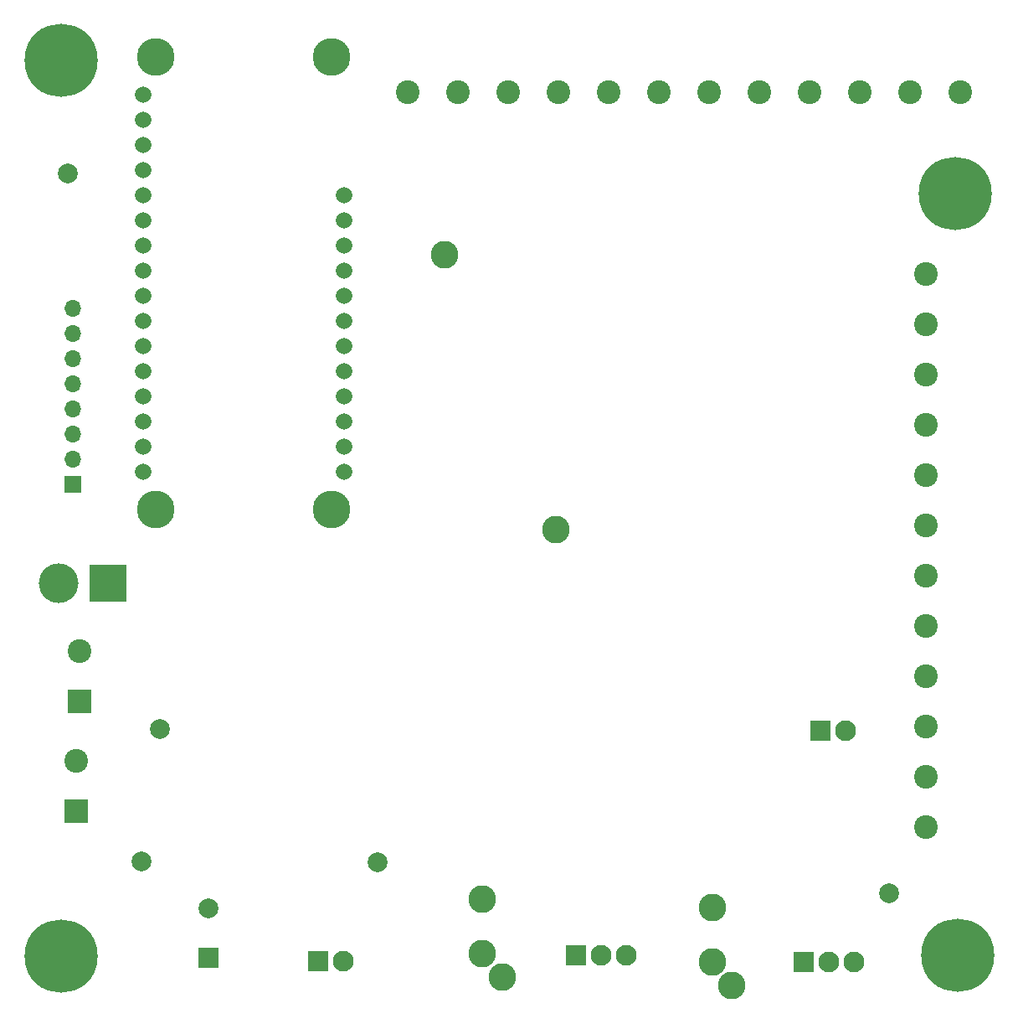
<source format=gbs>
%TF.GenerationSoftware,KiCad,Pcbnew,(5.1.4)-1*%
%TF.CreationDate,2023-07-02T11:44:51-04:00*%
%TF.ProjectId,CameraTriggerSensorNodeOnly,43616d65-7261-4547-9269-676765725365,rev?*%
%TF.SameCoordinates,Original*%
%TF.FileFunction,Soldermask,Bot*%
%TF.FilePolarity,Negative*%
%FSLAX46Y46*%
G04 Gerber Fmt 4.6, Leading zero omitted, Abs format (unit mm)*
G04 Created by KiCad (PCBNEW (5.1.4)-1) date 2023-07-02 11:44:51*
%MOMM*%
%LPD*%
G04 APERTURE LIST*
%ADD10C,2.100000*%
%ADD11R,2.100000X2.100000*%
%ADD12R,2.400000X2.400000*%
%ADD13C,2.400000*%
%ADD14C,2.000000*%
%ADD15R,2.000000X2.000000*%
%ADD16C,2.800000*%
%ADD17C,4.000000*%
%ADD18R,3.800000X3.800000*%
%ADD19O,1.700000X1.700000*%
%ADD20R,1.700000X1.700000*%
%ADD21C,7.400000*%
%ADD22C,1.665000*%
%ADD23C,3.810000*%
G04 APERTURE END LIST*
D10*
X-66167000Y-95186500D03*
D11*
X-68707000Y-95186500D03*
D10*
X-15367000Y-71882000D03*
D11*
X-17907000Y-71882000D03*
D12*
X-93154500Y-80010000D03*
D13*
X-93154500Y-74930000D03*
D12*
X-92837000Y-68897500D03*
D13*
X-92837000Y-63817500D03*
D14*
X-79819500Y-89869000D03*
D15*
X-79819500Y-94869000D03*
D14*
X-84709000Y-71755000D03*
X-86550500Y-85090000D03*
X-10985500Y-88328500D03*
D16*
X-55943500Y-23812500D03*
D14*
X-94043500Y-15557500D03*
D17*
X-94979500Y-56959500D03*
D18*
X-89979500Y-56959500D03*
D10*
X-14541500Y-95250000D03*
X-17081500Y-95250000D03*
D11*
X-19621500Y-95250000D03*
D16*
X-52101500Y-88874000D03*
X-52101500Y-94374000D03*
X-50101500Y-96774000D03*
D13*
X-7239000Y-25781000D03*
X-7239000Y-30861000D03*
X-7239000Y-35941000D03*
X-7239000Y-41021000D03*
X-7239000Y-46101000D03*
X-7239000Y-51181000D03*
X-7239000Y-56261000D03*
X-7239000Y-61341000D03*
X-7239000Y-66421000D03*
X-7239000Y-71501000D03*
X-7239000Y-76581000D03*
X-7239000Y-81661000D03*
X-59626500Y-7366000D03*
X-54546500Y-7366000D03*
X-49466500Y-7366000D03*
X-44386500Y-7366000D03*
X-39306500Y-7366000D03*
X-34226500Y-7366000D03*
X-29146500Y-7366000D03*
X-24066500Y-7366000D03*
X-18986500Y-7366000D03*
X-13906500Y-7366000D03*
X-8826500Y-7366000D03*
X-3746500Y-7366000D03*
D16*
X-44704000Y-51562000D03*
D14*
X-62674500Y-85153500D03*
D19*
X-93535500Y-29210000D03*
X-93535500Y-31750000D03*
X-93535500Y-34290000D03*
X-93535500Y-36830000D03*
X-93535500Y-39370000D03*
X-93535500Y-41910000D03*
X-93535500Y-44450000D03*
D20*
X-93535500Y-46990000D03*
D10*
X-37528500Y-94615000D03*
X-40068500Y-94615000D03*
D11*
X-42608500Y-94615000D03*
D16*
X-28860500Y-89763000D03*
X-28860500Y-95263000D03*
X-26860500Y-97663000D03*
D21*
X-4318000Y-17653000D03*
X-4064000Y-94615000D03*
X-94678500Y-94678500D03*
X-94742000Y-4191000D03*
D22*
X-66103500Y-17780000D03*
X-66103500Y-20320000D03*
X-66103500Y-22860000D03*
X-66103500Y-25400000D03*
X-66103500Y-27940000D03*
X-66103500Y-30480000D03*
X-66103500Y-33020000D03*
X-66103500Y-35560000D03*
X-66103500Y-38100000D03*
X-66103500Y-40640000D03*
X-66103500Y-43180000D03*
X-66103500Y-45720000D03*
X-86423500Y-45720000D03*
X-86423500Y-43180000D03*
X-86423500Y-40640000D03*
X-86423500Y-38100000D03*
X-86423500Y-35560000D03*
X-86423500Y-33020000D03*
X-86423500Y-30480000D03*
X-86423500Y-27940000D03*
X-86423500Y-25400000D03*
X-86423500Y-22860000D03*
X-86423500Y-20320000D03*
X-86423500Y-17780000D03*
X-86423500Y-15240000D03*
X-86423500Y-12700000D03*
X-86423500Y-10160000D03*
X-86423500Y-7620000D03*
D23*
X-85153500Y-3810000D03*
X-67373500Y-3810000D03*
X-85153500Y-49530000D03*
X-67373500Y-49530000D03*
M02*

</source>
